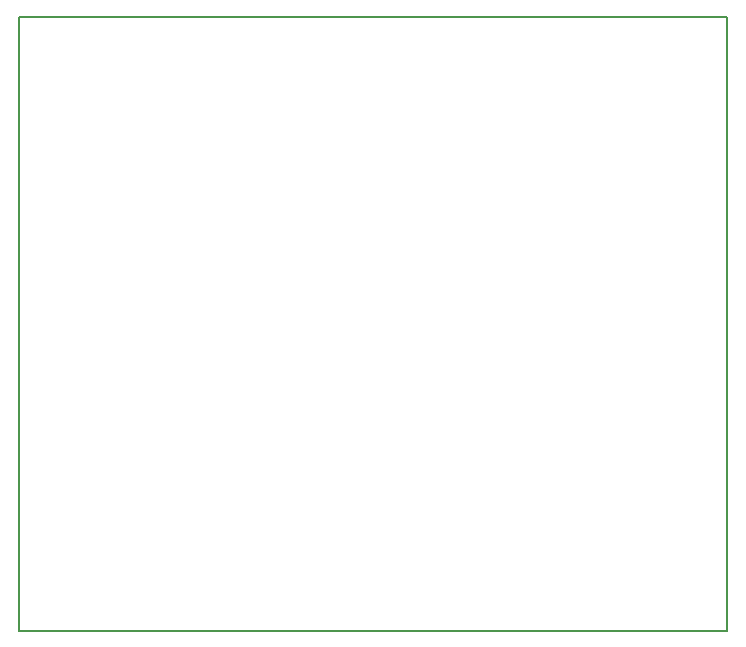
<source format=gbr>
%TF.GenerationSoftware,KiCad,Pcbnew,(6.0.2)*%
%TF.CreationDate,2022-03-19T19:34:23-03:00*%
%TF.ProjectId,ThermalControl,54686572-6d61-46c4-936f-6e74726f6c2e,rev?*%
%TF.SameCoordinates,Original*%
%TF.FileFunction,Profile,NP*%
%FSLAX46Y46*%
G04 Gerber Fmt 4.6, Leading zero omitted, Abs format (unit mm)*
G04 Created by KiCad (PCBNEW (6.0.2)) date 2022-03-19 19:34:23*
%MOMM*%
%LPD*%
G01*
G04 APERTURE LIST*
%TA.AperFunction,Profile*%
%ADD10C,0.150000*%
%TD*%
G04 APERTURE END LIST*
D10*
X55000000Y-42000000D02*
X115000000Y-42000000D01*
X115000000Y-42000000D02*
X115000000Y-94000000D01*
X115000000Y-94000000D02*
X55000000Y-94000000D01*
X55000000Y-94000000D02*
X55000000Y-42000000D01*
M02*

</source>
